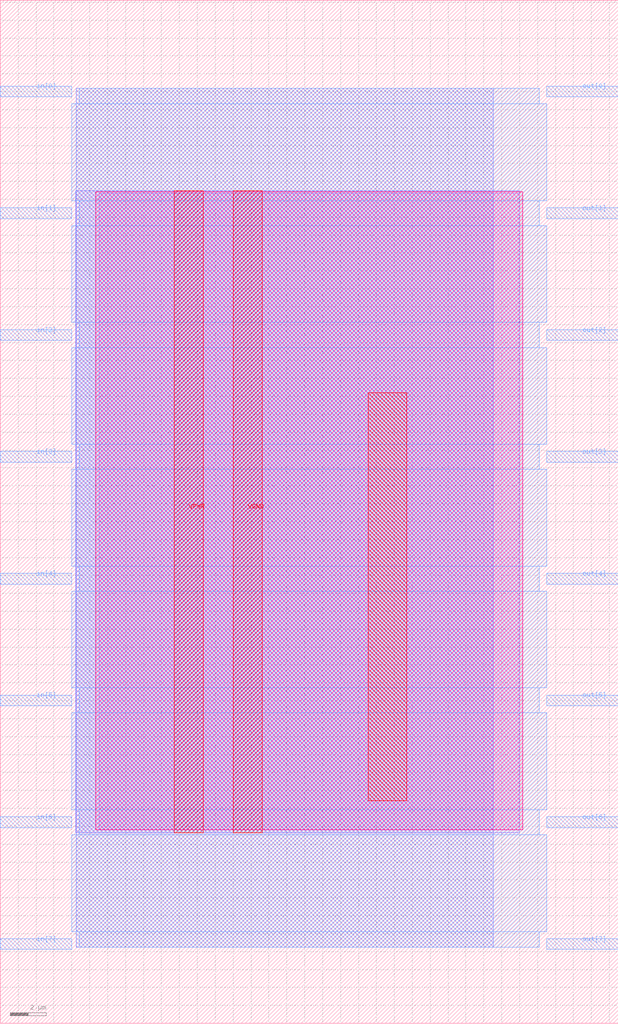
<source format=lef>
VERSION 5.7 ;
  NOWIREEXTENSIONATPIN ON ;
  DIVIDERCHAR "/" ;
  BUSBITCHARS "[]" ;
MACRO project1
  CLASS BLOCK ;
  FOREIGN project1 ;
  ORIGIN 0.000 0.000 ;
  SIZE 34.500 BY 57.120 ;
  PIN VGND
    DIRECTION INOUT ;
    USE GROUND ;
    PORT
      LAYER met4 ;
        RECT 13.020 10.640 14.620 46.480 ;
    END
  END VGND
  PIN VPWR
    DIRECTION INOUT ;
    USE POWER ;
    PORT
      LAYER met4 ;
        RECT 9.720 10.640 11.320 46.480 ;
    END
  END VPWR
  PIN in[0]
    DIRECTION INPUT ;
    USE SIGNAL ;
    ANTENNAGATEAREA 0.196500 ;
    PORT
      LAYER met3 ;
        RECT 0.000 51.720 4.000 52.320 ;
    END
  END in[0]
  PIN in[1]
    DIRECTION INPUT ;
    USE SIGNAL ;
    ANTENNAGATEAREA 0.126000 ;
    PORT
      LAYER met3 ;
        RECT 0.000 44.920 4.000 45.520 ;
    END
  END in[1]
  PIN in[2]
    DIRECTION INPUT ;
    USE SIGNAL ;
    ANTENNAGATEAREA 0.196500 ;
    PORT
      LAYER met3 ;
        RECT 0.000 38.120 4.000 38.720 ;
    END
  END in[2]
  PIN in[3]
    DIRECTION INPUT ;
    USE SIGNAL ;
    ANTENNAGATEAREA 0.196500 ;
    PORT
      LAYER met3 ;
        RECT 0.000 31.320 4.000 31.920 ;
    END
  END in[3]
  PIN in[4]
    DIRECTION INPUT ;
    USE SIGNAL ;
    ANTENNAGATEAREA 0.126000 ;
    PORT
      LAYER met3 ;
        RECT 0.000 24.520 4.000 25.120 ;
    END
  END in[4]
  PIN in[5]
    DIRECTION INPUT ;
    USE SIGNAL ;
    ANTENNAGATEAREA 0.196500 ;
    PORT
      LAYER met3 ;
        RECT 0.000 17.720 4.000 18.320 ;
    END
  END in[5]
  PIN in[6]
    DIRECTION INPUT ;
    USE SIGNAL ;
    ANTENNAGATEAREA 0.196500 ;
    PORT
      LAYER met3 ;
        RECT 0.000 10.920 4.000 11.520 ;
    END
  END in[6]
  PIN in[7]
    DIRECTION INPUT ;
    USE SIGNAL ;
    ANTENNAGATEAREA 0.213000 ;
    PORT
      LAYER met3 ;
        RECT 0.000 4.120 4.000 4.720 ;
    END
  END in[7]
  PIN out[0]
    DIRECTION OUTPUT ;
    USE SIGNAL ;
    ANTENNADIFFAREA 0.445500 ;
    PORT
      LAYER met3 ;
        RECT 30.500 51.720 34.500 52.320 ;
    END
  END out[0]
  PIN out[1]
    DIRECTION OUTPUT ;
    USE SIGNAL ;
    ANTENNADIFFAREA 0.445500 ;
    PORT
      LAYER met3 ;
        RECT 30.500 44.920 34.500 45.520 ;
    END
  END out[1]
  PIN out[2]
    DIRECTION OUTPUT ;
    USE SIGNAL ;
    ANTENNADIFFAREA 0.445500 ;
    PORT
      LAYER met3 ;
        RECT 30.500 38.120 34.500 38.720 ;
    END
  END out[2]
  PIN out[3]
    DIRECTION OUTPUT ;
    USE SIGNAL ;
    ANTENNADIFFAREA 0.445500 ;
    PORT
      LAYER met3 ;
        RECT 30.500 31.320 34.500 31.920 ;
    END
  END out[3]
  PIN out[4]
    DIRECTION OUTPUT ;
    USE SIGNAL ;
    ANTENNADIFFAREA 0.445500 ;
    PORT
      LAYER met3 ;
        RECT 30.500 24.520 34.500 25.120 ;
    END
  END out[4]
  PIN out[5]
    DIRECTION OUTPUT ;
    USE SIGNAL ;
    ANTENNADIFFAREA 0.445500 ;
    PORT
      LAYER met3 ;
        RECT 30.500 17.720 34.500 18.320 ;
    END
  END out[5]
  PIN out[6]
    DIRECTION OUTPUT ;
    USE SIGNAL ;
    ANTENNADIFFAREA 0.445500 ;
    PORT
      LAYER met3 ;
        RECT 30.500 10.920 34.500 11.520 ;
    END
  END out[6]
  PIN out[7]
    DIRECTION OUTPUT ;
    USE SIGNAL ;
    ANTENNADIFFAREA 0.795200 ;
    PORT
      LAYER met3 ;
        RECT 30.500 4.120 34.500 4.720 ;
    END
  END out[7]
  OBS
      LAYER nwell ;
        RECT 5.330 10.795 29.170 46.430 ;
      LAYER li1 ;
        RECT 5.520 10.795 28.980 46.325 ;
      LAYER met1 ;
        RECT 4.210 10.640 28.980 46.480 ;
      LAYER met2 ;
        RECT 4.230 4.235 27.510 52.205 ;
      LAYER met3 ;
        RECT 4.400 51.320 30.100 52.185 ;
        RECT 3.990 45.920 30.500 51.320 ;
        RECT 4.400 44.520 30.100 45.920 ;
        RECT 3.990 39.120 30.500 44.520 ;
        RECT 4.400 37.720 30.100 39.120 ;
        RECT 3.990 32.320 30.500 37.720 ;
        RECT 4.400 30.920 30.100 32.320 ;
        RECT 3.990 25.520 30.500 30.920 ;
        RECT 4.400 24.120 30.100 25.520 ;
        RECT 3.990 18.720 30.500 24.120 ;
        RECT 4.400 17.320 30.100 18.720 ;
        RECT 3.990 11.920 30.500 17.320 ;
        RECT 4.400 10.520 30.100 11.920 ;
        RECT 3.990 5.120 30.500 10.520 ;
        RECT 4.400 4.255 30.100 5.120 ;
      LAYER met4 ;
        RECT 20.535 12.415 22.705 35.185 ;
  END
END project1
END LIBRARY


</source>
